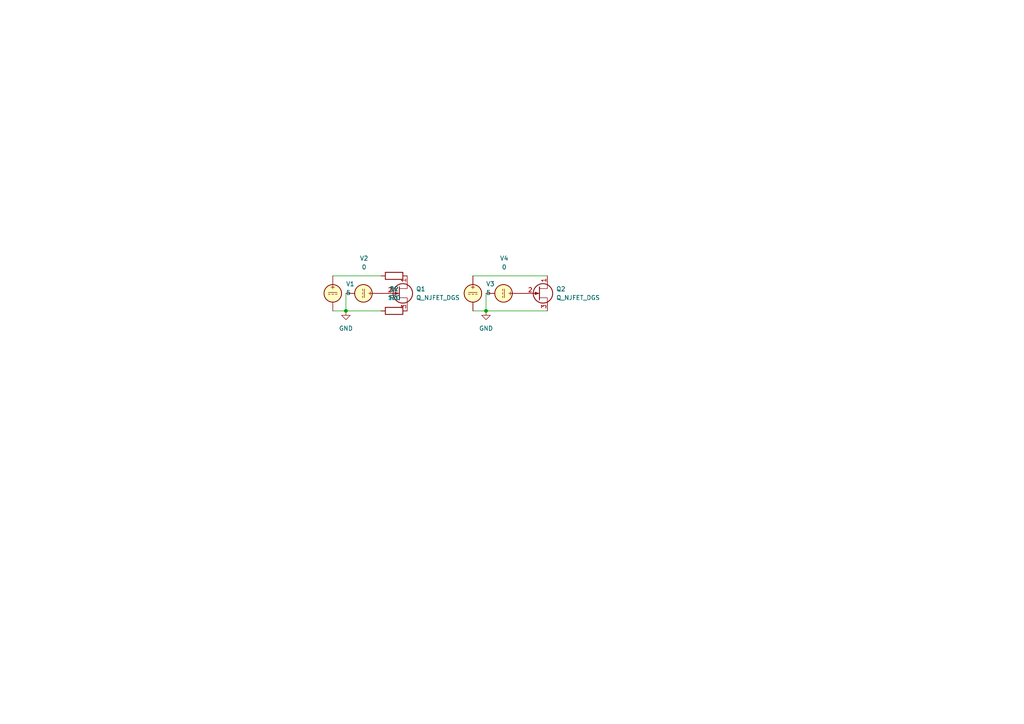
<source format=kicad_sch>
(kicad_sch (version 20211123) (generator eeschema)
  (paper "A4")
  (lib_symbols
    (symbol "Device:Q_NJFET_DGS" (pin_names (offset 0) hide)
      (property "Reference" "Q" (at 5.08 1.27 0))
      (property "Value" "Q_NJFET_DGS" (at 5.08 -1.27 0))
      (symbol "Q_NJFET_DGS_0_1"
        (polyline (pts (xy 0.254 1.905) (xy 0.254 -1.905) (xy 0.254 -1.905)) (stroke (width 0.254)))
        (polyline (pts (xy 2.54 -2.54) (xy 2.54 -1.27) (xy 0.254 -1.27)))
        (polyline (pts (xy 2.54 2.54) (xy 2.54 1.397) (xy 0.254 1.397)))
        (polyline (pts (xy 0 0) (xy -1.016 0.381) (xy -1.016 -0.381) (xy 0 0)) (fill (type outline)))
        (circle (center 1.27 0) (radius 2.8194) (stroke (width 0.254)))
      )
      (symbol "Q_NJFET_DGS_1_1"
        (pin passive line (at 2.54 5.08 270) (length 2.54) (name "D") (number "1"))
        (pin input line (at -5.08 0 0) (length 5.334) (name "G") (number "2"))
        (pin passive line (at 2.54 -5.08 90) (length 2.54) (name "S") (number "3"))
      )
    )
    (symbol "Device:R" (pin_numbers hide) (pin_names (offset 0))
      (property "Reference" "R" (at 2.032 0 90))
      (property "Value" "R" (at 0 0 90))
      (symbol "R_0_1"
        (rectangle (start -1.016 -2.54) (end 1.016 2.54) (stroke (width 0.254)))
      )
      (symbol "R_1_1"
        (pin passive line (at 0 3.81 270) (length 1.27) (name "~") (number "1"))
        (pin passive line (at 0 -3.81 90) (length 1.27) (name "~") (number "2"))
      )
    )
    (symbol "Simulation_SPICE:VDC" (pin_numbers hide) (pin_names (offset 0.0254))
      (property "Reference" "V" (at 2.54 2.54 0))
      (property "Value" "VDC" (at 2.54 0 0))
      (property "Spice_Model" "dc(1)" (at 2.54 -2.54 0))
      (symbol "VDC_0_0"
        (polyline (pts (xy -1.27 0.254) (xy 1.27 0.254)))
        (polyline (pts (xy -0.762 -0.254) (xy -1.27 -0.254)))
        (polyline (pts (xy 0.254 -0.254) (xy -0.254 -0.254)))
        (polyline (pts (xy 1.27 -0.254) (xy 0.762 -0.254)))
        (text "+" (at 0 1.905 0) (effects (font (size 1.27 1.27))))
      )
      (symbol "VDC_0_1"
        (circle (center 0 0) (radius 2.54) (stroke (width 0.254)) (fill (type background)))
      )
      (symbol "VDC_1_1"
        (pin passive line (at 0 5.08 270) (length 2.54) (name "~") (number "1"))
        (pin passive line (at 0 -5.08 90) (length 2.54) (name "~") (number "2"))
      )
    )
    (symbol "power:GND" (power) (pin_names (offset 0))
      (property "Value" "GND" (at 0 -3.81 0))
      (symbol "GND_0_1"
        (polyline (pts (xy 0 0) (xy 0 -1.27) (xy 1.27 -1.27) (xy 0 -2.54) (xy -1.27 -1.27) (xy 0 -1.27)))
      )
      (symbol "GND_1_1"
        (pin power_in line (at 0 0 270) (length 0) hide (name "GND") (number "1"))
      )
    )
  )
  (junction (at 100.33 90.17))
  (junction (at 140.97 90.17))
  (wire (pts (xy 140.97 90.17) (xy 158.75 90.17)))
  (wire (pts (xy 100.33 90.17) (xy 110.49 90.17)))
  (wire (pts (xy 96.52 80.01) (xy 110.49 80.01)))
  (wire (pts (xy 140.97 85.09) (xy 140.97 90.17)))
  (wire (pts (xy 96.52 90.17) (xy 100.33 90.17)))
  (wire (pts (xy 100.33 85.09) (xy 100.33 90.17)))
  (wire (pts (xy 137.16 80.01) (xy 158.75 80.01)))
  (wire (pts (xy 137.16 90.17) (xy 140.97 90.17)))
  (symbol (lib_id "Device:Q_NJFET_DGS") (at 115.57 85.09 0) (unit 1)
    (property "Reference" "Q1" (at 120.65 83.8199 0) (effects (justify left)))
    (property "Value" "Q_NJFET_DGS" (at 120.65 86.3599 0) (effects (justify left)))
    (property "Spice_Primitive" "J" (effects hide))
    (property "Spice_Model" "2SK303" (effects hide))
    (property "Spice_Netlist_Enabled" "Y" (effects hide))
    (property "Spice_Lib_File" "2sk303l.mod" (effects hide))
  )
  (symbol (lib_id "power:GND") (at 100.33 90.17 0) (unit 1)
    (property "Reference" "#PWR01" (effects hide))
    (property "Value" "GND" (at 100.33 95.25 0))
  )
  (symbol (lib_id "Simulation_SPICE:VDC") (at 96.52 85.09 0) (unit 1)
    (property "Reference" "V1" (at 100.33 82.3601 0) (effects (justify left)))
    (property "Value" "5" (at 100.33 84.9001 0) (effects (justify left)))
    (property "Spice_Netlist_Enabled" "Y" (effects hide))
    (property "Spice_Primitive" "V" (effects hide))
    (property "Spice_Model" "dc 5" (at 100.33 87.4401 0) (effects (justify left)))
  )
  (symbol (lib_id "Simulation_SPICE:VDC") (at 137.16 85.09 0) (unit 1)
    (property "Reference" "V3" (at 140.97 82.3601 0) (effects (justify left)))
    (property "Value" "5" (at 140.97 84.9001 0) (effects (justify left)))
    (property "Spice_Netlist_Enabled" "Y" (effects hide))
    (property "Spice_Primitive" "V" (effects hide))
    (property "Spice_Model" "dc 5" (at 140.97 87.4401 0) (effects (justify left)))
  )
  (symbol (lib_id "Device:R") (at 114.3 90.17 90) (unit 1)
    (property "Reference" "R2" (at 114.3 83.82 90))
    (property "Value" "120" (at 114.3 86.36 90))
  )
  (symbol (lib_id "Simulation_SPICE:VDC") (at 105.41 85.09 270) (unit 1)
    (property "Reference" "V2" (at 105.5997 74.93 90))
    (property "Value" "0" (at 105.5997 77.47 90))
    (property "Spice_Netlist_Enabled" "Y" (effects hide))
    (property "Spice_Primitive" "V" (effects hide))
    (property "Spice_Model" "dc 0" (at 105.5997 80.01 90))
  )
  (symbol (lib_id "Device:Q_NJFET_DGS") (at 156.21 85.09 0) (unit 1)
    (property "Reference" "Q2" (at 161.29 83.8199 0) (effects (justify left)))
    (property "Value" "Q_NJFET_DGS" (at 161.29 86.3599 0) (effects (justify left)))
    (property "Spice_Primitive" "J" (effects hide))
    (property "Spice_Model" "2SK303" (effects hide))
    (property "Spice_Netlist_Enabled" "Y" (effects hide))
    (property "Spice_Lib_File" "2sk303l.mod" (effects hide))
  )
  (symbol (lib_id "Device:R") (at 114.3 80.01 90) (unit 1)
    (property "Reference" "R1" (at 114.3 86.36 90))
    (property "Value" "1k" (at 114.3 83.82 90))
  )
  (symbol (lib_id "Simulation_SPICE:VDC") (at 146.05 85.09 270) (unit 1)
    (property "Reference" "V4" (at 146.2397 74.93 90))
    (property "Value" "0" (at 146.2397 77.47 90))
    (property "Spice_Netlist_Enabled" "Y" (effects hide))
    (property "Spice_Primitive" "V" (effects hide))
    (property "Spice_Model" "dc 0" (at 146.2397 80.01 90))
  )
  (symbol (lib_id "power:GND") (at 140.97 90.17 0) (unit 1)
    (property "Reference" "#PWR02" (effects hide))
    (property "Value" "GND" (at 140.97 95.25 0))
  )
)
</source>
